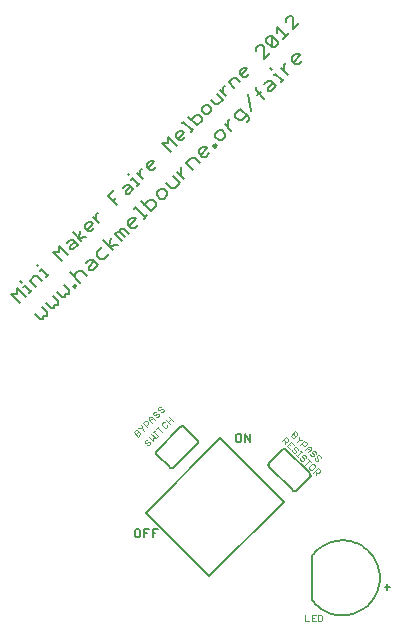
<source format=gto>
G75*
G70*
%OFA0B0*%
%FSLAX24Y24*%
%IPPOS*%
%LPD*%
%AMOC8*
5,1,8,0,0,1.08239X$1,22.5*
%
%ADD10C,0.0040*%
%ADD11C,0.0050*%
%ADD12C,0.0080*%
%ADD13C,0.0060*%
D10*
X007883Y007794D02*
X007741Y007936D01*
X007812Y008006D01*
X007859Y008006D01*
X007883Y007983D01*
X007883Y007936D01*
X007812Y007865D01*
X007883Y007936D02*
X007930Y007936D01*
X007954Y007912D01*
X007954Y007865D01*
X007883Y007794D01*
X008101Y007646D02*
X008101Y007599D01*
X008125Y007576D01*
X008172Y007576D01*
X008219Y007623D01*
X008267Y007623D01*
X008290Y007599D01*
X008290Y007552D01*
X008243Y007505D01*
X008196Y007505D01*
X008101Y007646D02*
X008149Y007694D01*
X008196Y007694D01*
X008234Y007779D02*
X008376Y007638D01*
X008376Y007732D01*
X008470Y007732D01*
X008328Y007873D01*
X008390Y007935D02*
X008437Y007982D01*
X008414Y007959D02*
X008555Y007817D01*
X008532Y007794D02*
X008579Y007841D01*
X008683Y007945D02*
X008542Y008087D01*
X008589Y008134D02*
X008494Y008039D01*
X008674Y008172D02*
X008674Y008219D01*
X008721Y008266D01*
X008769Y008266D01*
X008807Y008352D02*
X008948Y008210D01*
X008863Y008172D02*
X008863Y008125D01*
X008816Y008078D01*
X008769Y008078D01*
X008674Y008172D01*
X008878Y008281D02*
X008972Y008375D01*
X009043Y008305D02*
X008901Y008446D01*
X008735Y008646D02*
X008735Y008693D01*
X008711Y008717D01*
X008664Y008717D01*
X008617Y008670D01*
X008569Y008670D01*
X008546Y008693D01*
X008546Y008740D01*
X008593Y008787D01*
X008640Y008787D01*
X008735Y008646D02*
X008687Y008599D01*
X008640Y008599D01*
X008578Y008537D02*
X008578Y008490D01*
X008531Y008443D01*
X008484Y008443D01*
X008460Y008513D02*
X008508Y008560D01*
X008555Y008560D01*
X008578Y008537D01*
X008460Y008513D02*
X008413Y008513D01*
X008390Y008537D01*
X008390Y008584D01*
X008437Y008631D01*
X008484Y008631D01*
X008351Y008451D02*
X008446Y008357D01*
X008375Y008428D02*
X008281Y008334D01*
X008257Y008357D02*
X008257Y008451D01*
X008351Y008451D01*
X008257Y008357D02*
X008351Y008263D01*
X008219Y008272D02*
X008219Y008224D01*
X008148Y008154D01*
X008195Y008107D02*
X008054Y008248D01*
X008124Y008319D01*
X008172Y008319D01*
X008219Y008272D01*
X008015Y008163D02*
X007992Y008186D01*
X008015Y008163D02*
X008015Y008068D01*
X008086Y007997D01*
X008015Y008068D02*
X007921Y008068D01*
X007897Y008092D01*
X012687Y007639D02*
X012829Y007781D01*
X012899Y007710D01*
X012899Y007663D01*
X012852Y007616D01*
X012805Y007615D01*
X012734Y007686D01*
X012781Y007639D02*
X012781Y007545D01*
X012843Y007483D02*
X012938Y007388D01*
X013023Y007350D02*
X013023Y007303D01*
X013070Y007256D01*
X013117Y007256D01*
X013141Y007279D01*
X013141Y007327D01*
X013094Y007374D01*
X013094Y007421D01*
X013117Y007444D01*
X013165Y007445D01*
X013212Y007397D01*
X013212Y007350D01*
X013297Y007312D02*
X013344Y007265D01*
X013321Y007288D02*
X013179Y007147D01*
X013156Y007170D02*
X013203Y007123D01*
X013283Y007090D02*
X013283Y007043D01*
X013331Y006995D01*
X013378Y006995D01*
X013401Y007019D01*
X013401Y007066D01*
X013354Y007113D01*
X013354Y007160D01*
X013378Y007184D01*
X013425Y007184D01*
X013472Y007137D01*
X013472Y007090D01*
X013558Y007051D02*
X013652Y006957D01*
X013605Y007004D02*
X013463Y006863D01*
X013596Y006777D02*
X013596Y006730D01*
X013643Y006683D01*
X013690Y006683D01*
X013784Y006777D01*
X013785Y006824D01*
X013737Y006872D01*
X013690Y006872D01*
X013596Y006777D01*
X013728Y006597D02*
X013870Y006739D01*
X013941Y006668D01*
X013941Y006621D01*
X013894Y006574D01*
X013846Y006574D01*
X013776Y006644D01*
X013823Y006597D02*
X013823Y006503D01*
X013828Y006977D02*
X013781Y007024D01*
X013781Y007071D01*
X013852Y007095D02*
X013899Y007047D01*
X013899Y007000D01*
X013875Y006977D01*
X013828Y006977D01*
X013852Y007095D02*
X013852Y007142D01*
X013875Y007165D01*
X013922Y007165D01*
X013970Y007118D01*
X013970Y007071D01*
X013813Y007227D02*
X013813Y007274D01*
X013766Y007322D01*
X013719Y007322D01*
X013695Y007298D01*
X013695Y007251D01*
X013743Y007204D01*
X013743Y007156D01*
X013719Y007133D01*
X013672Y007133D01*
X013625Y007180D01*
X013625Y007227D01*
X013539Y007266D02*
X013634Y007360D01*
X013634Y007454D01*
X013539Y007454D01*
X013445Y007360D01*
X013516Y007431D02*
X013610Y007336D01*
X013454Y007493D02*
X013407Y007493D01*
X013336Y007563D01*
X013289Y007516D02*
X013430Y007658D01*
X013501Y007587D01*
X013501Y007540D01*
X013454Y007493D01*
X013345Y007696D02*
X013368Y007720D01*
X013345Y007696D02*
X013250Y007696D01*
X013180Y007625D01*
X013250Y007696D02*
X013250Y007790D01*
X013274Y007814D01*
X013189Y007852D02*
X013165Y007829D01*
X013118Y007829D01*
X013047Y007899D01*
X012976Y007829D02*
X013047Y007758D01*
X013094Y007758D01*
X013118Y007781D01*
X013118Y007829D01*
X013189Y007852D02*
X013189Y007899D01*
X013118Y007970D01*
X012976Y007829D01*
X012985Y007624D02*
X012843Y007483D01*
X012914Y007554D02*
X012961Y007506D01*
X013079Y007530D02*
X012985Y007624D01*
X013450Y001841D02*
X013450Y001641D01*
X013584Y001641D01*
X013671Y001641D02*
X013805Y001641D01*
X013892Y001641D02*
X013992Y001641D01*
X014026Y001674D01*
X014026Y001808D01*
X013992Y001841D01*
X013892Y001841D01*
X013892Y001641D01*
X013738Y001741D02*
X013671Y001741D01*
X013671Y001841D02*
X013671Y001641D01*
X013671Y001841D02*
X013805Y001841D01*
D11*
X016100Y002781D02*
X016280Y002781D01*
X016190Y002871D02*
X016190Y002691D01*
X011625Y007611D02*
X011625Y007881D01*
X011445Y007881D02*
X011445Y007611D01*
X011330Y007656D02*
X011330Y007836D01*
X011285Y007881D01*
X011195Y007881D01*
X011150Y007836D01*
X011150Y007656D01*
X011195Y007611D01*
X011285Y007611D01*
X011330Y007656D01*
X011445Y007881D02*
X011625Y007611D01*
X008555Y004706D02*
X008375Y004706D01*
X008375Y004436D01*
X008375Y004571D02*
X008465Y004571D01*
X008260Y004706D02*
X008080Y004706D01*
X008080Y004436D01*
X007965Y004481D02*
X007965Y004661D01*
X007920Y004706D01*
X007830Y004706D01*
X007785Y004661D01*
X007785Y004481D01*
X007830Y004436D01*
X007920Y004436D01*
X007965Y004481D01*
X008080Y004571D02*
X008170Y004571D01*
D12*
X013695Y003836D02*
X013695Y002336D01*
X013738Y002282D01*
X013784Y002230D01*
X013833Y002181D01*
X013885Y002134D01*
X013939Y002091D01*
X013995Y002050D01*
X014054Y002013D01*
X014114Y001979D01*
X014177Y001949D01*
X014240Y001922D01*
X014306Y001898D01*
X014372Y001878D01*
X014440Y001862D01*
X014508Y001850D01*
X014577Y001842D01*
X014646Y001837D01*
X014716Y001836D01*
X014785Y001839D01*
X014854Y001846D01*
X014922Y001857D01*
X014990Y001871D01*
X015057Y001890D01*
X015123Y001912D01*
X015188Y001937D01*
X015251Y001966D01*
X015312Y001999D01*
X015371Y002035D01*
X015428Y002074D01*
X015484Y002116D01*
X015536Y002161D01*
X015586Y002209D01*
X015633Y002260D01*
X015678Y002314D01*
X015719Y002369D01*
X015757Y002427D01*
X015792Y002487D01*
X015824Y002549D01*
X015852Y002612D01*
X015876Y002677D01*
X015897Y002743D01*
X015914Y002811D01*
X015928Y002879D01*
X015937Y002948D01*
X015943Y003017D01*
X015945Y003086D01*
X015943Y003155D01*
X015937Y003224D01*
X015928Y003293D01*
X015914Y003361D01*
X015897Y003429D01*
X015876Y003495D01*
X015852Y003560D01*
X015824Y003623D01*
X015792Y003685D01*
X015757Y003745D01*
X015719Y003803D01*
X015678Y003858D01*
X015633Y003912D01*
X015586Y003963D01*
X015536Y004011D01*
X015484Y004056D01*
X015428Y004098D01*
X015371Y004137D01*
X015312Y004173D01*
X015251Y004206D01*
X015188Y004235D01*
X015123Y004260D01*
X015057Y004282D01*
X014990Y004301D01*
X014922Y004315D01*
X014854Y004326D01*
X014785Y004333D01*
X014716Y004336D01*
X014646Y004335D01*
X014577Y004330D01*
X014508Y004322D01*
X014440Y004310D01*
X014372Y004294D01*
X014306Y004274D01*
X014240Y004250D01*
X014177Y004223D01*
X014114Y004193D01*
X014054Y004159D01*
X013995Y004122D01*
X013939Y004081D01*
X013885Y004038D01*
X013833Y003991D01*
X013784Y003942D01*
X013738Y003890D01*
X013695Y003836D01*
X006371Y013351D02*
X006258Y013351D01*
X006258Y013464D01*
X006428Y013634D01*
X006371Y013691D02*
X006541Y013521D01*
X006371Y013351D01*
X006176Y013156D02*
X006006Y013326D01*
X005893Y013326D01*
X005780Y013213D01*
X005780Y013100D01*
X005768Y012861D02*
X005824Y012804D01*
X005768Y012748D01*
X005711Y012804D01*
X005768Y012861D01*
X005950Y012930D02*
X005610Y013270D01*
X005348Y013663D02*
X005051Y013961D01*
X005249Y013961D01*
X005249Y014159D01*
X005546Y013862D01*
X005624Y014038D02*
X005624Y014137D01*
X005773Y014286D01*
X005723Y014336D02*
X005872Y014187D01*
X005723Y014038D01*
X005624Y014038D01*
X005525Y014237D02*
X005624Y014336D01*
X005723Y014336D01*
X005900Y014413D02*
X005950Y014661D01*
X006122Y014734D02*
X006122Y014833D01*
X006221Y014932D01*
X006320Y014932D01*
X006370Y014883D01*
X006172Y014685D01*
X006221Y014635D02*
X006122Y014734D01*
X006221Y014635D02*
X006320Y014635D01*
X006419Y014734D01*
X006596Y014911D02*
X006398Y015109D01*
X006497Y015010D02*
X006497Y015208D01*
X006547Y015258D01*
X007044Y015657D02*
X007143Y015756D01*
X006896Y015805D02*
X007193Y015508D01*
X006896Y015805D02*
X007094Y016003D01*
X007370Y016081D02*
X007469Y016180D01*
X007568Y016180D01*
X007717Y016032D01*
X007568Y015883D01*
X007469Y015883D01*
X007469Y015982D01*
X007617Y016131D01*
X007646Y016357D02*
X007695Y016407D01*
X007893Y016208D01*
X007844Y016159D02*
X007943Y016258D01*
X008061Y016376D02*
X007863Y016574D01*
X007962Y016475D02*
X007962Y016673D01*
X008011Y016723D01*
X008184Y016796D02*
X008184Y016895D01*
X008283Y016994D01*
X008382Y016994D01*
X008431Y016944D01*
X008233Y016746D01*
X008283Y016697D02*
X008184Y016796D01*
X008283Y016697D02*
X008382Y016697D01*
X008481Y016796D01*
X008822Y016255D02*
X008992Y016085D01*
X009105Y016085D01*
X009275Y016255D01*
X009049Y016482D01*
X009187Y016620D02*
X009413Y016393D01*
X009300Y016507D02*
X009300Y016733D01*
X009357Y016790D01*
X009491Y016924D02*
X009660Y017094D01*
X009774Y017094D01*
X009944Y016924D01*
X010025Y017118D02*
X009912Y017232D01*
X009912Y017345D01*
X010025Y017458D01*
X010138Y017458D01*
X010195Y017401D01*
X009968Y017175D01*
X010025Y017118D02*
X010138Y017118D01*
X010251Y017232D01*
X010446Y017426D02*
X010390Y017483D01*
X010446Y017540D01*
X010503Y017483D01*
X010446Y017426D01*
X010572Y017665D02*
X010685Y017665D01*
X010798Y017779D01*
X010798Y017892D01*
X010685Y018005D01*
X010572Y018005D01*
X010459Y017892D01*
X010459Y017779D01*
X010572Y017665D01*
X010993Y017973D02*
X010767Y018200D01*
X010880Y018313D02*
X010880Y018086D01*
X010880Y018313D02*
X010936Y018370D01*
X011127Y018447D02*
X011127Y018560D01*
X011297Y018730D01*
X011580Y018447D01*
X011580Y018334D01*
X011523Y018277D01*
X011353Y018334D02*
X011523Y018504D01*
X011661Y018642D02*
X011548Y019208D01*
X011800Y019346D02*
X011800Y019459D01*
X011800Y019346D02*
X012083Y019063D01*
X011856Y019176D02*
X011969Y019289D01*
X012099Y019532D02*
X012212Y019646D01*
X012326Y019646D01*
X012495Y019476D01*
X012326Y019306D01*
X012212Y019306D01*
X012212Y019419D01*
X012382Y019589D01*
X012407Y019840D02*
X012464Y019897D01*
X012690Y019670D01*
X012634Y019614D02*
X012747Y019727D01*
X012877Y019857D02*
X012650Y020083D01*
X012763Y019970D02*
X012763Y020196D01*
X012820Y020253D01*
X013011Y020331D02*
X013011Y020444D01*
X013124Y020557D01*
X013237Y020557D01*
X013294Y020500D01*
X013067Y020274D01*
X013011Y020331D02*
X013124Y020217D01*
X013237Y020217D01*
X013350Y020331D01*
X012727Y021042D02*
X012925Y021240D01*
X012826Y021141D02*
X012528Y021438D01*
X012528Y021240D01*
X012351Y021162D02*
X012550Y020964D01*
X012550Y020865D01*
X012451Y020766D01*
X012351Y020766D01*
X012351Y021162D01*
X012252Y021162D01*
X012153Y021063D01*
X012153Y020964D01*
X012351Y020766D01*
X012274Y020589D02*
X012076Y020391D01*
X012076Y020787D01*
X012026Y020836D01*
X011927Y020836D01*
X011828Y020737D01*
X011828Y020638D01*
X011474Y020086D02*
X011375Y020086D01*
X011276Y019987D01*
X011276Y019888D01*
X011375Y019789D01*
X011474Y019789D01*
X011573Y019888D01*
X011524Y020037D02*
X011325Y019839D01*
X011149Y019761D02*
X011297Y019612D01*
X011149Y019761D02*
X011049Y019761D01*
X010901Y019612D01*
X011099Y019414D01*
X010778Y019489D02*
X010729Y019440D01*
X010729Y019242D01*
X010828Y019143D02*
X010630Y019341D01*
X010502Y019214D02*
X010700Y019015D01*
X010552Y018867D01*
X010453Y018867D01*
X010304Y019015D01*
X010226Y018838D02*
X010127Y018838D01*
X010028Y018739D01*
X010028Y018640D01*
X010127Y018541D01*
X010226Y018541D01*
X010325Y018640D01*
X010325Y018739D01*
X010226Y018838D01*
X009901Y018513D02*
X010000Y018414D01*
X010000Y018315D01*
X009851Y018166D01*
X009554Y018463D01*
X009653Y018364D02*
X009802Y018513D01*
X009901Y018513D01*
X009733Y018048D02*
X009634Y017949D01*
X009684Y017999D02*
X009386Y018296D01*
X009337Y018246D01*
X009358Y017970D02*
X009259Y017970D01*
X009160Y017871D01*
X009160Y017772D01*
X009259Y017673D01*
X009358Y017673D01*
X009457Y017772D01*
X009408Y017921D02*
X009210Y017723D01*
X009181Y017496D02*
X008884Y017794D01*
X008884Y017595D01*
X008686Y017595D01*
X008983Y017298D01*
X009491Y016924D02*
X009717Y016697D01*
X008854Y015947D02*
X008854Y015834D01*
X008741Y015721D01*
X008628Y015721D01*
X008514Y015834D01*
X008514Y015947D01*
X008628Y016061D01*
X008741Y016061D01*
X008854Y015947D01*
X008489Y015583D02*
X008376Y015696D01*
X008263Y015696D01*
X008093Y015526D01*
X007980Y015639D02*
X008320Y015300D01*
X008489Y015470D01*
X008489Y015583D01*
X008190Y015170D02*
X008077Y015057D01*
X008133Y015113D02*
X007793Y015453D01*
X007737Y015396D01*
X007769Y015088D02*
X007655Y015088D01*
X007542Y014975D01*
X007542Y014862D01*
X007655Y014749D01*
X007769Y014749D01*
X007882Y014862D01*
X007825Y015032D02*
X007599Y014805D01*
X007404Y014724D02*
X007574Y014554D01*
X007461Y014441D02*
X007291Y014611D01*
X007291Y014724D01*
X007404Y014724D01*
X007291Y014611D02*
X007178Y014611D01*
X007121Y014554D01*
X007347Y014328D01*
X007213Y014194D02*
X006930Y014137D01*
X006987Y014420D01*
X006704Y014363D02*
X007044Y014024D01*
X006905Y013886D02*
X006736Y013716D01*
X006622Y013716D01*
X006509Y013829D01*
X006509Y013942D01*
X006679Y014112D01*
X006371Y013691D02*
X006258Y013691D01*
X006145Y013578D01*
X005999Y014314D02*
X005702Y014612D01*
X005900Y014413D02*
X006148Y014463D01*
X004905Y013220D02*
X004806Y013121D01*
X004855Y013170D02*
X004657Y013369D01*
X004608Y013319D01*
X004558Y013468D02*
X004509Y013517D01*
X004530Y013142D02*
X004679Y012994D01*
X004530Y013142D02*
X004431Y013142D01*
X004282Y012994D01*
X004480Y012795D01*
X004362Y012677D02*
X004263Y012578D01*
X004313Y012628D02*
X004115Y012826D01*
X004065Y012777D01*
X004016Y012925D02*
X003966Y012975D01*
X003839Y012748D02*
X004136Y012451D01*
X003938Y012253D02*
X003641Y012550D01*
X003839Y012550D01*
X003839Y012748D01*
X004447Y011881D02*
X004617Y011711D01*
X004730Y011711D01*
X004731Y011824D01*
X004844Y011824D01*
X004844Y011937D01*
X004674Y012107D01*
X004812Y012245D02*
X004982Y012075D01*
X005095Y012075D01*
X005095Y012188D01*
X005208Y012189D01*
X005208Y012302D01*
X005038Y012472D01*
X005177Y012610D02*
X005346Y012440D01*
X005460Y012440D01*
X005460Y012553D01*
X005573Y012553D01*
X005573Y012666D01*
X005403Y012836D01*
X007769Y015088D02*
X007825Y015032D01*
X007596Y016506D02*
X007547Y016555D01*
X009358Y017970D02*
X009408Y017921D01*
X011127Y018447D02*
X011240Y018334D01*
X011353Y018334D01*
X011524Y020037D02*
X011474Y020086D01*
X012294Y020067D02*
X012351Y020010D01*
X013052Y021367D02*
X013052Y021763D01*
X013003Y021813D01*
X012903Y021813D01*
X012804Y021714D01*
X012804Y021615D01*
X013052Y021367D02*
X013250Y021565D01*
D13*
X009430Y008109D02*
X009854Y007685D01*
X009855Y007685D02*
X009866Y007671D01*
X009875Y007656D01*
X009881Y007640D01*
X009884Y007623D01*
X009884Y007605D01*
X009881Y007588D01*
X009875Y007572D01*
X009866Y007557D01*
X009855Y007543D01*
X009854Y007543D02*
X009077Y006765D01*
X009063Y006754D01*
X009048Y006745D01*
X009032Y006739D01*
X009015Y006736D01*
X008997Y006736D01*
X008980Y006739D01*
X008964Y006745D01*
X008949Y006754D01*
X008935Y006765D01*
X008511Y007190D01*
X008511Y007189D02*
X008500Y007203D01*
X008491Y007218D01*
X008485Y007234D01*
X008482Y007251D01*
X008482Y007269D01*
X008485Y007286D01*
X008491Y007302D01*
X008500Y007317D01*
X008511Y007331D01*
X009289Y008109D01*
X009288Y008109D02*
X009302Y008120D01*
X009317Y008129D01*
X009333Y008135D01*
X009350Y008138D01*
X009368Y008138D01*
X009385Y008135D01*
X009401Y008129D01*
X009416Y008120D01*
X009430Y008109D01*
X010617Y007734D02*
X008142Y005259D01*
X010263Y003138D01*
X012738Y005613D01*
X010617Y007734D01*
X012261Y006928D02*
X012685Y007353D01*
X012699Y007364D01*
X012714Y007373D01*
X012730Y007379D01*
X012747Y007382D01*
X012765Y007382D01*
X012782Y007379D01*
X012798Y007373D01*
X012813Y007364D01*
X012827Y007353D01*
X013604Y006575D01*
X013605Y006575D02*
X013616Y006561D01*
X013625Y006546D01*
X013631Y006530D01*
X013634Y006513D01*
X013634Y006495D01*
X013631Y006478D01*
X013625Y006462D01*
X013616Y006447D01*
X013605Y006433D01*
X013604Y006433D02*
X013180Y006009D01*
X013166Y005998D01*
X013151Y005989D01*
X013135Y005983D01*
X013118Y005980D01*
X013100Y005980D01*
X013083Y005983D01*
X013067Y005989D01*
X013052Y005998D01*
X013038Y006009D01*
X013039Y006009D02*
X012261Y006787D01*
X012250Y006801D01*
X012241Y006816D01*
X012235Y006832D01*
X012232Y006849D01*
X012232Y006867D01*
X012235Y006884D01*
X012241Y006900D01*
X012250Y006915D01*
X012261Y006929D01*
M02*

</source>
